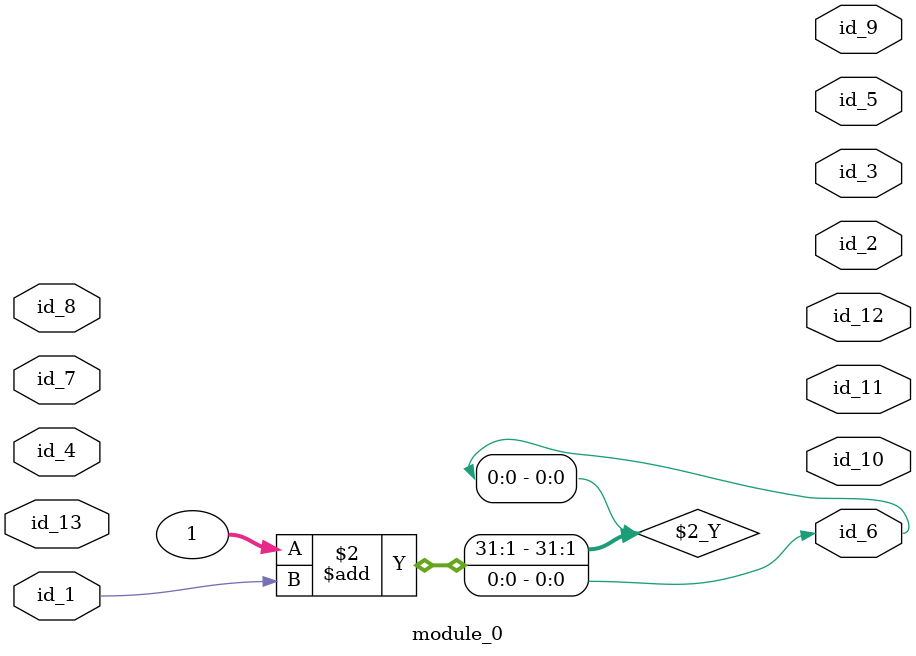
<source format=v>
`timescale 1ps / 1ps
module module_0 (
    id_1,
    id_2,
    id_3,
    id_4,
    id_5,
    id_6,
    id_7,
    id_8,
    id_9,
    id_10,
    id_11,
    id_12,
    id_13
);
  inout id_13;
  output id_12;
  output id_11;
  output id_10;
  output id_9;
  input id_8;
  input id_7;
  output id_6;
  output id_5;
  inout id_4;
  output id_3;
  output id_2;
  input id_1;
  always @(*) begin
    id_6 <= 1 + id_1;
  end
endmodule

</source>
